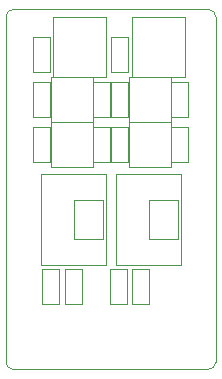
<source format=gbr>
%TF.GenerationSoftware,KiCad,Pcbnew,5.1.5+dfsg1-2~bpo10+1*%
%TF.CreationDate,Date%
%TF.ProjectId,ProMicro_ANA,50726f4d-6963-4726-9f5f-414e412e6b69,v1.0*%
%TF.SameCoordinates,Original*%
%TF.FileFunction,Other,User*%
%FSLAX45Y45*%
G04 Gerber Fmt 4.5, Leading zero omitted, Abs format (unit mm)*
G04 Created by KiCad*
%MOMM*%
%LPD*%
G04 APERTURE LIST*
%ADD10C,0.100000*%
%ADD11C,0.050000*%
G04 APERTURE END LIST*
D10*
X-63500Y-127000D02*
G75*
G02X-127000Y-63500I0J63500D01*
G01*
X1651000Y-63500D02*
G75*
G02X1587500Y-127000I-63500J0D01*
G01*
X1587500Y2921000D02*
G75*
G02X1651000Y2857500I0J-63500D01*
G01*
X-127000Y2857500D02*
G75*
G02X-63500Y2921000I63500J0D01*
G01*
X-127000Y-63500D02*
X-127000Y2857500D01*
X1587500Y-127000D02*
X-63500Y-127000D01*
X1651000Y2857500D02*
X1651000Y-63500D01*
X-63500Y2921000D02*
X1587500Y2921000D01*
D11*
X943400Y2856500D02*
X1393400Y2856500D01*
X1393400Y2856500D02*
X1393400Y2350500D01*
X943400Y2350500D02*
X1393400Y2350500D01*
X943400Y2856500D02*
X943400Y2350500D01*
X270300Y2856500D02*
X720300Y2856500D01*
X720300Y2856500D02*
X720300Y2350500D01*
X270300Y2350500D02*
X720300Y2350500D01*
X270300Y2856500D02*
X270300Y2350500D01*
X1273200Y2307000D02*
X1273200Y2011000D01*
X1419200Y2307000D02*
X1273200Y2307000D01*
X1419200Y2011000D02*
X1419200Y2307000D01*
X1273200Y2011000D02*
X1419200Y2011000D01*
X612800Y2307000D02*
X612800Y2011000D01*
X758800Y2307000D02*
X612800Y2307000D01*
X758800Y2011000D02*
X758800Y2307000D01*
X612800Y2011000D02*
X758800Y2011000D01*
X911200Y2392000D02*
X911200Y2688000D01*
X765200Y2392000D02*
X911200Y2392000D01*
X765200Y2688000D02*
X765200Y2392000D01*
X911200Y2688000D02*
X765200Y2688000D01*
X250800Y2392000D02*
X250800Y2688000D01*
X104800Y2392000D02*
X250800Y2392000D01*
X104800Y2688000D02*
X104800Y2392000D01*
X250800Y2688000D02*
X104800Y2688000D01*
X1081500Y1308000D02*
X1081500Y978000D01*
X1081500Y1308000D02*
X1331500Y1308000D01*
X1331500Y978000D02*
X1081500Y978000D01*
X1331500Y978000D02*
X1331500Y1308000D01*
X446500Y1308000D02*
X446500Y978000D01*
X446500Y1308000D02*
X696500Y1308000D01*
X696500Y978000D02*
X446500Y978000D01*
X696500Y978000D02*
X696500Y1308000D01*
X912200Y1968000D02*
X1272200Y1968000D01*
X1272200Y1968000D02*
X1272200Y1588000D01*
X1272200Y1588000D02*
X912200Y1588000D01*
X912200Y1588000D02*
X912200Y1968000D01*
X251800Y1968000D02*
X611800Y1968000D01*
X611800Y1968000D02*
X611800Y1588000D01*
X611800Y1588000D02*
X251800Y1588000D01*
X251800Y1588000D02*
X251800Y1968000D01*
X912200Y2349000D02*
X1272200Y2349000D01*
X1272200Y2349000D02*
X1272200Y1969000D01*
X1272200Y1969000D02*
X912200Y1969000D01*
X912200Y1969000D02*
X912200Y2349000D01*
X251800Y2349000D02*
X611800Y2349000D01*
X611800Y2349000D02*
X611800Y1969000D01*
X611800Y1969000D02*
X251800Y1969000D01*
X251800Y1969000D02*
X251800Y2349000D01*
X765200Y1926000D02*
X765200Y1630000D01*
X911200Y1926000D02*
X765200Y1926000D01*
X911200Y1630000D02*
X911200Y1926000D01*
X765200Y1630000D02*
X911200Y1630000D01*
X765200Y2307000D02*
X765200Y2011000D01*
X911200Y2307000D02*
X765200Y2307000D01*
X911200Y2011000D02*
X911200Y2307000D01*
X765200Y2011000D02*
X911200Y2011000D01*
X104800Y1926000D02*
X104800Y1630000D01*
X250800Y1926000D02*
X104800Y1926000D01*
X250800Y1630000D02*
X250800Y1926000D01*
X104800Y1630000D02*
X250800Y1630000D01*
X104800Y2307000D02*
X104800Y2011000D01*
X250800Y2307000D02*
X104800Y2307000D01*
X250800Y2011000D02*
X250800Y2307000D01*
X104800Y2011000D02*
X250800Y2011000D01*
X1089000Y423500D02*
X1089000Y719500D01*
X943000Y423500D02*
X1089000Y423500D01*
X943000Y719500D02*
X943000Y423500D01*
X1089000Y719500D02*
X943000Y719500D01*
X517500Y423500D02*
X517500Y719500D01*
X371500Y423500D02*
X517500Y423500D01*
X371500Y719500D02*
X371500Y423500D01*
X517500Y719500D02*
X371500Y719500D01*
X752500Y719500D02*
X752500Y423500D01*
X898500Y719500D02*
X752500Y719500D01*
X898500Y423500D02*
X898500Y719500D01*
X752500Y423500D02*
X898500Y423500D01*
X181000Y719500D02*
X181000Y423500D01*
X327000Y719500D02*
X181000Y719500D01*
X327000Y423500D02*
X327000Y719500D01*
X181000Y423500D02*
X327000Y423500D01*
X1419200Y1630000D02*
X1419200Y1926000D01*
X1273200Y1630000D02*
X1419200Y1630000D01*
X1273200Y1926000D02*
X1273200Y1630000D01*
X1419200Y1926000D02*
X1273200Y1926000D01*
X758800Y1630000D02*
X758800Y1926000D01*
X612800Y1630000D02*
X758800Y1630000D01*
X612800Y1926000D02*
X612800Y1630000D01*
X758800Y1926000D02*
X612800Y1926000D01*
X1354500Y1528000D02*
X1354500Y758000D01*
X804500Y1528000D02*
X1354500Y1528000D01*
X804500Y758000D02*
X804500Y1528000D01*
X1354500Y758000D02*
X804500Y758000D01*
X719500Y1528000D02*
X719500Y758000D01*
X169500Y1528000D02*
X719500Y1528000D01*
X169500Y758000D02*
X169500Y1528000D01*
X719500Y758000D02*
X169500Y758000D01*
M02*

</source>
